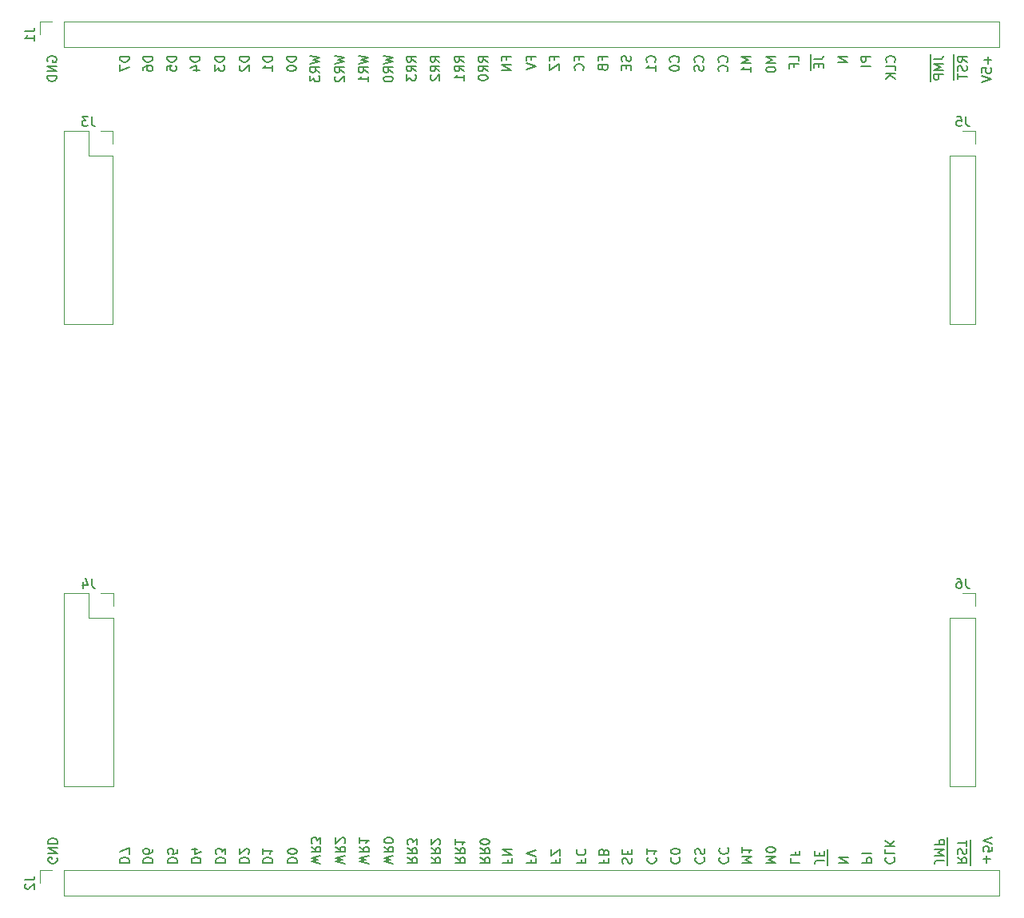
<source format=gbo>
G04 #@! TF.GenerationSoftware,KiCad,Pcbnew,(5.1.9)-1*
G04 #@! TF.CreationDate,2022-07-23T12:09:38-04:00*
G04 #@! TF.ProjectId,alu,616c752e-6b69-4636-9164-5f7063625858,1.0*
G04 #@! TF.SameCoordinates,Original*
G04 #@! TF.FileFunction,Legend,Bot*
G04 #@! TF.FilePolarity,Positive*
%FSLAX46Y46*%
G04 Gerber Fmt 4.6, Leading zero omitted, Abs format (unit mm)*
G04 Created by KiCad (PCBNEW (5.1.9)-1) date 2022-07-23 12:09:38*
%MOMM*%
%LPD*%
G01*
G04 APERTURE LIST*
%ADD10C,0.150000*%
%ADD11C,0.120000*%
%ADD12O,1.700000X1.700000*%
%ADD13R,1.700000X1.700000*%
%ADD14O,1.600000X1.600000*%
%ADD15R,1.600000X1.600000*%
G04 APERTURE END LIST*
D10*
X181315000Y-134102500D02*
X181315000Y-133340595D01*
X180947619Y-133578690D02*
X180233333Y-133578690D01*
X180090476Y-133626309D01*
X179995238Y-133721547D01*
X179947619Y-133864404D01*
X179947619Y-133959642D01*
X181315000Y-133340595D02*
X181315000Y-132197738D01*
X179947619Y-133102500D02*
X180947619Y-133102500D01*
X180233333Y-132769166D01*
X180947619Y-132435833D01*
X179947619Y-132435833D01*
X181315000Y-132197738D02*
X181315000Y-131197738D01*
X179947619Y-131959642D02*
X180947619Y-131959642D01*
X180947619Y-131578690D01*
X180900000Y-131483452D01*
X180852380Y-131435833D01*
X180757142Y-131388214D01*
X180614285Y-131388214D01*
X180519047Y-131435833D01*
X180471428Y-131483452D01*
X180423809Y-131578690D01*
X180423809Y-131959642D01*
X179485000Y-48097500D02*
X179485000Y-48859404D01*
X179852380Y-48621309D02*
X180566666Y-48621309D01*
X180709523Y-48573690D01*
X180804761Y-48478452D01*
X180852380Y-48335595D01*
X180852380Y-48240357D01*
X179485000Y-48859404D02*
X179485000Y-50002261D01*
X180852380Y-49097500D02*
X179852380Y-49097500D01*
X180566666Y-49430833D01*
X179852380Y-49764166D01*
X180852380Y-49764166D01*
X179485000Y-50002261D02*
X179485000Y-51002261D01*
X180852380Y-50240357D02*
X179852380Y-50240357D01*
X179852380Y-50621309D01*
X179900000Y-50716547D01*
X179947619Y-50764166D01*
X180042857Y-50811785D01*
X180185714Y-50811785D01*
X180280952Y-50764166D01*
X180328571Y-50716547D01*
X180376190Y-50621309D01*
X180376190Y-50240357D01*
X147704761Y-48287976D02*
X147752380Y-48430833D01*
X147752380Y-48668928D01*
X147704761Y-48764166D01*
X147657142Y-48811785D01*
X147561904Y-48859404D01*
X147466666Y-48859404D01*
X147371428Y-48811785D01*
X147323809Y-48764166D01*
X147276190Y-48668928D01*
X147228571Y-48478452D01*
X147180952Y-48383214D01*
X147133333Y-48335595D01*
X147038095Y-48287976D01*
X146942857Y-48287976D01*
X146847619Y-48335595D01*
X146800000Y-48383214D01*
X146752380Y-48478452D01*
X146752380Y-48716547D01*
X146800000Y-48859404D01*
X147228571Y-49287976D02*
X147228571Y-49621309D01*
X147752380Y-49764166D02*
X147752380Y-49287976D01*
X146752380Y-49287976D01*
X146752380Y-49764166D01*
X146895238Y-133912023D02*
X146847619Y-133769166D01*
X146847619Y-133531071D01*
X146895238Y-133435833D01*
X146942857Y-133388214D01*
X147038095Y-133340595D01*
X147133333Y-133340595D01*
X147228571Y-133388214D01*
X147276190Y-133435833D01*
X147323809Y-133531071D01*
X147371428Y-133721547D01*
X147419047Y-133816785D01*
X147466666Y-133864404D01*
X147561904Y-133912023D01*
X147657142Y-133912023D01*
X147752380Y-133864404D01*
X147800000Y-133816785D01*
X147847619Y-133721547D01*
X147847619Y-133483452D01*
X147800000Y-133340595D01*
X147371428Y-132912023D02*
X147371428Y-132578690D01*
X146847619Y-132435833D02*
X146847619Y-132912023D01*
X147847619Y-132912023D01*
X147847619Y-132435833D01*
X97052380Y-48335595D02*
X96052380Y-48335595D01*
X96052380Y-48573690D01*
X96100000Y-48716547D01*
X96195238Y-48811785D01*
X96290476Y-48859404D01*
X96480952Y-48907023D01*
X96623809Y-48907023D01*
X96814285Y-48859404D01*
X96909523Y-48811785D01*
X97004761Y-48716547D01*
X97052380Y-48573690D01*
X97052380Y-48335595D01*
X96052380Y-49764166D02*
X96052380Y-49573690D01*
X96100000Y-49478452D01*
X96147619Y-49430833D01*
X96290476Y-49335595D01*
X96480952Y-49287976D01*
X96861904Y-49287976D01*
X96957142Y-49335595D01*
X97004761Y-49383214D01*
X97052380Y-49478452D01*
X97052380Y-49668928D01*
X97004761Y-49764166D01*
X96957142Y-49811785D01*
X96861904Y-49859404D01*
X96623809Y-49859404D01*
X96528571Y-49811785D01*
X96480952Y-49764166D01*
X96433333Y-49668928D01*
X96433333Y-49478452D01*
X96480952Y-49383214D01*
X96528571Y-49335595D01*
X96623809Y-49287976D01*
X116352380Y-48240357D02*
X117352380Y-48478452D01*
X116638095Y-48668928D01*
X117352380Y-48859404D01*
X116352380Y-49097500D01*
X117352380Y-50049880D02*
X116876190Y-49716547D01*
X117352380Y-49478452D02*
X116352380Y-49478452D01*
X116352380Y-49859404D01*
X116400000Y-49954642D01*
X116447619Y-50002261D01*
X116542857Y-50049880D01*
X116685714Y-50049880D01*
X116780952Y-50002261D01*
X116828571Y-49954642D01*
X116876190Y-49859404D01*
X116876190Y-49478452D01*
X116447619Y-50430833D02*
X116400000Y-50478452D01*
X116352380Y-50573690D01*
X116352380Y-50811785D01*
X116400000Y-50907023D01*
X116447619Y-50954642D01*
X116542857Y-51002261D01*
X116638095Y-51002261D01*
X116780952Y-50954642D01*
X117352380Y-50383214D01*
X117352380Y-51002261D01*
X127454761Y-48907023D02*
X126978571Y-48573690D01*
X127454761Y-48335595D02*
X126454761Y-48335595D01*
X126454761Y-48716547D01*
X126502381Y-48811785D01*
X126550000Y-48859404D01*
X126645238Y-48907023D01*
X126788095Y-48907023D01*
X126883333Y-48859404D01*
X126930952Y-48811785D01*
X126978571Y-48716547D01*
X126978571Y-48335595D01*
X127454761Y-49907023D02*
X126978571Y-49573690D01*
X127454761Y-49335595D02*
X126454761Y-49335595D01*
X126454761Y-49716547D01*
X126502381Y-49811785D01*
X126550000Y-49859404D01*
X126645238Y-49907023D01*
X126788095Y-49907023D01*
X126883333Y-49859404D01*
X126930952Y-49811785D01*
X126978571Y-49716547D01*
X126978571Y-49335595D01*
X126550000Y-50287976D02*
X126502381Y-50335595D01*
X126454761Y-50430833D01*
X126454761Y-50668928D01*
X126502381Y-50764166D01*
X126550000Y-50811785D01*
X126645238Y-50859404D01*
X126740476Y-50859404D01*
X126883333Y-50811785D01*
X127454761Y-50240357D01*
X127454761Y-50859404D01*
X94552380Y-48335595D02*
X93552380Y-48335595D01*
X93552380Y-48573690D01*
X93600000Y-48716547D01*
X93695238Y-48811785D01*
X93790476Y-48859404D01*
X93980952Y-48907023D01*
X94123809Y-48907023D01*
X94314285Y-48859404D01*
X94409523Y-48811785D01*
X94504761Y-48716547D01*
X94552380Y-48573690D01*
X94552380Y-48335595D01*
X93552380Y-49240357D02*
X93552380Y-49907023D01*
X94552380Y-49478452D01*
X124954761Y-48907023D02*
X124478571Y-48573690D01*
X124954761Y-48335595D02*
X123954761Y-48335595D01*
X123954761Y-48716547D01*
X124002381Y-48811785D01*
X124050000Y-48859404D01*
X124145238Y-48907023D01*
X124288095Y-48907023D01*
X124383333Y-48859404D01*
X124430952Y-48811785D01*
X124478571Y-48716547D01*
X124478571Y-48335595D01*
X124954761Y-49907023D02*
X124478571Y-49573690D01*
X124954761Y-49335595D02*
X123954761Y-49335595D01*
X123954761Y-49716547D01*
X124002381Y-49811785D01*
X124050000Y-49859404D01*
X124145238Y-49907023D01*
X124288095Y-49907023D01*
X124383333Y-49859404D01*
X124430952Y-49811785D01*
X124478571Y-49716547D01*
X124478571Y-49335595D01*
X123954761Y-50240357D02*
X123954761Y-50859404D01*
X124335714Y-50526071D01*
X124335714Y-50668928D01*
X124383333Y-50764166D01*
X124430952Y-50811785D01*
X124526190Y-50859404D01*
X124764285Y-50859404D01*
X124859523Y-50811785D01*
X124907142Y-50764166D01*
X124954761Y-50668928D01*
X124954761Y-50383214D01*
X124907142Y-50287976D01*
X124859523Y-50240357D01*
X112252380Y-48335595D02*
X111252380Y-48335595D01*
X111252380Y-48573690D01*
X111300000Y-48716547D01*
X111395238Y-48811785D01*
X111490476Y-48859404D01*
X111680952Y-48907023D01*
X111823809Y-48907023D01*
X112014285Y-48859404D01*
X112109523Y-48811785D01*
X112204761Y-48716547D01*
X112252380Y-48573690D01*
X112252380Y-48335595D01*
X111252380Y-49526071D02*
X111252380Y-49621309D01*
X111300000Y-49716547D01*
X111347619Y-49764166D01*
X111442857Y-49811785D01*
X111633333Y-49859404D01*
X111871428Y-49859404D01*
X112061904Y-49811785D01*
X112157142Y-49764166D01*
X112204761Y-49716547D01*
X112252380Y-49621309D01*
X112252380Y-49526071D01*
X112204761Y-49430833D01*
X112157142Y-49383214D01*
X112061904Y-49335595D01*
X111871428Y-49287976D01*
X111633333Y-49287976D01*
X111442857Y-49335595D01*
X111347619Y-49383214D01*
X111300000Y-49430833D01*
X111252380Y-49526071D01*
X137128571Y-48668928D02*
X137128571Y-48335595D01*
X137652380Y-48335595D02*
X136652380Y-48335595D01*
X136652380Y-48811785D01*
X136652380Y-49049880D02*
X137652380Y-49383214D01*
X136652380Y-49716547D01*
X113752380Y-48240357D02*
X114752380Y-48478452D01*
X114038095Y-48668928D01*
X114752380Y-48859404D01*
X113752380Y-49097500D01*
X114752380Y-50049880D02*
X114276190Y-49716547D01*
X114752380Y-49478452D02*
X113752380Y-49478452D01*
X113752380Y-49859404D01*
X113800000Y-49954642D01*
X113847619Y-50002261D01*
X113942857Y-50049880D01*
X114085714Y-50049880D01*
X114180952Y-50002261D01*
X114228571Y-49954642D01*
X114276190Y-49859404D01*
X114276190Y-49478452D01*
X113752380Y-50383214D02*
X113752380Y-51002261D01*
X114133333Y-50668928D01*
X114133333Y-50811785D01*
X114180952Y-50907023D01*
X114228571Y-50954642D01*
X114323809Y-51002261D01*
X114561904Y-51002261D01*
X114657142Y-50954642D01*
X114704761Y-50907023D01*
X114752380Y-50811785D01*
X114752380Y-50526071D01*
X114704761Y-50430833D01*
X114657142Y-50383214D01*
X104652380Y-48335595D02*
X103652380Y-48335595D01*
X103652380Y-48573690D01*
X103700000Y-48716547D01*
X103795238Y-48811785D01*
X103890476Y-48859404D01*
X104080952Y-48907023D01*
X104223809Y-48907023D01*
X104414285Y-48859404D01*
X104509523Y-48811785D01*
X104604761Y-48716547D01*
X104652380Y-48573690D01*
X104652380Y-48335595D01*
X103652380Y-49240357D02*
X103652380Y-49859404D01*
X104033333Y-49526071D01*
X104033333Y-49668928D01*
X104080952Y-49764166D01*
X104128571Y-49811785D01*
X104223809Y-49859404D01*
X104461904Y-49859404D01*
X104557142Y-49811785D01*
X104604761Y-49764166D01*
X104652380Y-49668928D01*
X104652380Y-49383214D01*
X104604761Y-49287976D01*
X104557142Y-49240357D01*
X107252380Y-48335595D02*
X106252380Y-48335595D01*
X106252380Y-48573690D01*
X106300000Y-48716547D01*
X106395238Y-48811785D01*
X106490476Y-48859404D01*
X106680952Y-48907023D01*
X106823809Y-48907023D01*
X107014285Y-48859404D01*
X107109523Y-48811785D01*
X107204761Y-48716547D01*
X107252380Y-48573690D01*
X107252380Y-48335595D01*
X106347619Y-49287976D02*
X106300000Y-49335595D01*
X106252380Y-49430833D01*
X106252380Y-49668928D01*
X106300000Y-49764166D01*
X106347619Y-49811785D01*
X106442857Y-49859404D01*
X106538095Y-49859404D01*
X106680952Y-49811785D01*
X107252380Y-49240357D01*
X107252380Y-49859404D01*
X134528571Y-48668928D02*
X134528571Y-48335595D01*
X135052380Y-48335595D02*
X134052380Y-48335595D01*
X134052380Y-48811785D01*
X135052380Y-49192738D02*
X134052380Y-49192738D01*
X135052380Y-49764166D01*
X134052380Y-49764166D01*
X102052380Y-48335595D02*
X101052380Y-48335595D01*
X101052380Y-48573690D01*
X101100000Y-48716547D01*
X101195238Y-48811785D01*
X101290476Y-48859404D01*
X101480952Y-48907023D01*
X101623809Y-48907023D01*
X101814285Y-48859404D01*
X101909523Y-48811785D01*
X102004761Y-48716547D01*
X102052380Y-48573690D01*
X102052380Y-48335595D01*
X101385714Y-49764166D02*
X102052380Y-49764166D01*
X101004761Y-49526071D02*
X101719047Y-49287976D01*
X101719047Y-49907023D01*
X130054761Y-48907023D02*
X129578571Y-48573690D01*
X130054761Y-48335595D02*
X129054761Y-48335595D01*
X129054761Y-48716547D01*
X129102381Y-48811785D01*
X129150000Y-48859404D01*
X129245238Y-48907023D01*
X129388095Y-48907023D01*
X129483333Y-48859404D01*
X129530952Y-48811785D01*
X129578571Y-48716547D01*
X129578571Y-48335595D01*
X130054761Y-49907023D02*
X129578571Y-49573690D01*
X130054761Y-49335595D02*
X129054761Y-49335595D01*
X129054761Y-49716547D01*
X129102381Y-49811785D01*
X129150000Y-49859404D01*
X129245238Y-49907023D01*
X129388095Y-49907023D01*
X129483333Y-49859404D01*
X129530952Y-49811785D01*
X129578571Y-49716547D01*
X129578571Y-49335595D01*
X130054761Y-50859404D02*
X130054761Y-50287976D01*
X130054761Y-50573690D02*
X129054761Y-50573690D01*
X129197619Y-50478452D01*
X129292857Y-50383214D01*
X129340476Y-50287976D01*
X118852380Y-48240357D02*
X119852380Y-48478452D01*
X119138095Y-48668928D01*
X119852380Y-48859404D01*
X118852380Y-49097500D01*
X119852380Y-50049880D02*
X119376190Y-49716547D01*
X119852380Y-49478452D02*
X118852380Y-49478452D01*
X118852380Y-49859404D01*
X118900000Y-49954642D01*
X118947619Y-50002261D01*
X119042857Y-50049880D01*
X119185714Y-50049880D01*
X119280952Y-50002261D01*
X119328571Y-49954642D01*
X119376190Y-49859404D01*
X119376190Y-49478452D01*
X119852380Y-51002261D02*
X119852380Y-50430833D01*
X119852380Y-50716547D02*
X118852380Y-50716547D01*
X118995238Y-50621309D01*
X119090476Y-50526071D01*
X119138095Y-50430833D01*
X121497618Y-48240357D02*
X122497618Y-48478452D01*
X121783333Y-48668928D01*
X122497618Y-48859404D01*
X121497618Y-49097500D01*
X122497618Y-50049880D02*
X122021428Y-49716547D01*
X122497618Y-49478452D02*
X121497618Y-49478452D01*
X121497618Y-49859404D01*
X121545238Y-49954642D01*
X121592857Y-50002261D01*
X121688095Y-50049880D01*
X121830952Y-50049880D01*
X121926190Y-50002261D01*
X121973809Y-49954642D01*
X122021428Y-49859404D01*
X122021428Y-49478452D01*
X121497618Y-50668928D02*
X121497618Y-50764166D01*
X121545238Y-50859404D01*
X121592857Y-50907023D01*
X121688095Y-50954642D01*
X121878571Y-51002261D01*
X122116666Y-51002261D01*
X122307142Y-50954642D01*
X122402380Y-50907023D01*
X122449999Y-50859404D01*
X122497618Y-50764166D01*
X122497618Y-50668928D01*
X122449999Y-50573690D01*
X122402380Y-50526071D01*
X122307142Y-50478452D01*
X122116666Y-50430833D01*
X121878571Y-50430833D01*
X121688095Y-50478452D01*
X121592857Y-50526071D01*
X121545238Y-50573690D01*
X121497618Y-50668928D01*
X85900000Y-48859404D02*
X85852380Y-48764166D01*
X85852380Y-48621309D01*
X85900000Y-48478452D01*
X85995238Y-48383214D01*
X86090476Y-48335595D01*
X86280952Y-48287976D01*
X86423809Y-48287976D01*
X86614285Y-48335595D01*
X86709523Y-48383214D01*
X86804761Y-48478452D01*
X86852380Y-48621309D01*
X86852380Y-48716547D01*
X86804761Y-48859404D01*
X86757142Y-48907023D01*
X86423809Y-48907023D01*
X86423809Y-48716547D01*
X86852380Y-49335595D02*
X85852380Y-49335595D01*
X86852380Y-49907023D01*
X85852380Y-49907023D01*
X86852380Y-50383214D02*
X85852380Y-50383214D01*
X85852380Y-50621309D01*
X85900000Y-50764166D01*
X85995238Y-50859404D01*
X86090476Y-50907023D01*
X86280952Y-50954642D01*
X86423809Y-50954642D01*
X86614285Y-50907023D01*
X86709523Y-50859404D01*
X86804761Y-50764166D01*
X86852380Y-50621309D01*
X86852380Y-50383214D01*
X109752380Y-48335595D02*
X108752380Y-48335595D01*
X108752380Y-48573690D01*
X108800000Y-48716547D01*
X108895238Y-48811785D01*
X108990476Y-48859404D01*
X109180952Y-48907023D01*
X109323809Y-48907023D01*
X109514285Y-48859404D01*
X109609523Y-48811785D01*
X109704761Y-48716547D01*
X109752380Y-48573690D01*
X109752380Y-48335595D01*
X109752380Y-49859404D02*
X109752380Y-49287976D01*
X109752380Y-49573690D02*
X108752380Y-49573690D01*
X108895238Y-49478452D01*
X108990476Y-49383214D01*
X109038095Y-49287976D01*
X99552380Y-48335595D02*
X98552380Y-48335595D01*
X98552380Y-48573690D01*
X98600000Y-48716547D01*
X98695238Y-48811785D01*
X98790476Y-48859404D01*
X98980952Y-48907023D01*
X99123809Y-48907023D01*
X99314285Y-48859404D01*
X99409523Y-48811785D01*
X99504761Y-48716547D01*
X99552380Y-48573690D01*
X99552380Y-48335595D01*
X98552380Y-49811785D02*
X98552380Y-49335595D01*
X99028571Y-49287976D01*
X98980952Y-49335595D01*
X98933333Y-49430833D01*
X98933333Y-49668928D01*
X98980952Y-49764166D01*
X99028571Y-49811785D01*
X99123809Y-49859404D01*
X99361904Y-49859404D01*
X99457142Y-49811785D01*
X99504761Y-49764166D01*
X99552380Y-49668928D01*
X99552380Y-49430833D01*
X99504761Y-49335595D01*
X99457142Y-49287976D01*
X132554761Y-48907023D02*
X132078571Y-48573690D01*
X132554761Y-48335595D02*
X131554761Y-48335595D01*
X131554761Y-48716547D01*
X131602381Y-48811785D01*
X131650000Y-48859404D01*
X131745238Y-48907023D01*
X131888095Y-48907023D01*
X131983333Y-48859404D01*
X132030952Y-48811785D01*
X132078571Y-48716547D01*
X132078571Y-48335595D01*
X132554761Y-49907023D02*
X132078571Y-49573690D01*
X132554761Y-49335595D02*
X131554761Y-49335595D01*
X131554761Y-49716547D01*
X131602381Y-49811785D01*
X131650000Y-49859404D01*
X131745238Y-49907023D01*
X131888095Y-49907023D01*
X131983333Y-49859404D01*
X132030952Y-49811785D01*
X132078571Y-49716547D01*
X132078571Y-49335595D01*
X131554761Y-50526071D02*
X131554761Y-50621309D01*
X131602381Y-50716547D01*
X131650000Y-50764166D01*
X131745238Y-50811785D01*
X131935714Y-50859404D01*
X132173809Y-50859404D01*
X132364285Y-50811785D01*
X132459523Y-50764166D01*
X132507142Y-50716547D01*
X132554761Y-50621309D01*
X132554761Y-50526071D01*
X132507142Y-50430833D01*
X132459523Y-50383214D01*
X132364285Y-50335595D01*
X132173809Y-50287976D01*
X131935714Y-50287976D01*
X131745238Y-50335595D01*
X131650000Y-50383214D01*
X131602381Y-50430833D01*
X131554761Y-50526071D01*
X170652380Y-48335595D02*
X169652380Y-48335595D01*
X170652380Y-48907023D01*
X169652380Y-48907023D01*
X173152380Y-48335595D02*
X172152380Y-48335595D01*
X172152380Y-48716547D01*
X172200000Y-48811785D01*
X172247619Y-48859404D01*
X172342857Y-48907023D01*
X172485714Y-48907023D01*
X172580952Y-48859404D01*
X172628571Y-48811785D01*
X172676190Y-48716547D01*
X172676190Y-48335595D01*
X173152380Y-49335595D02*
X172152380Y-49335595D01*
X181985000Y-48097500D02*
X181985000Y-49097500D01*
X183352380Y-48907023D02*
X182876190Y-48573690D01*
X183352380Y-48335595D02*
X182352380Y-48335595D01*
X182352380Y-48716547D01*
X182400000Y-48811785D01*
X182447619Y-48859404D01*
X182542857Y-48907023D01*
X182685714Y-48907023D01*
X182780952Y-48859404D01*
X182828571Y-48811785D01*
X182876190Y-48716547D01*
X182876190Y-48335595D01*
X181985000Y-49097500D02*
X181985000Y-50049880D01*
X183304761Y-49287976D02*
X183352380Y-49430833D01*
X183352380Y-49668928D01*
X183304761Y-49764166D01*
X183257142Y-49811785D01*
X183161904Y-49859404D01*
X183066666Y-49859404D01*
X182971428Y-49811785D01*
X182923809Y-49764166D01*
X182876190Y-49668928D01*
X182828571Y-49478452D01*
X182780952Y-49383214D01*
X182733333Y-49335595D01*
X182638095Y-49287976D01*
X182542857Y-49287976D01*
X182447619Y-49335595D01*
X182400000Y-49383214D01*
X182352380Y-49478452D01*
X182352380Y-49716547D01*
X182400000Y-49859404D01*
X181985000Y-50049880D02*
X181985000Y-50811785D01*
X182352380Y-50145119D02*
X182352380Y-50716547D01*
X183352380Y-50430833D02*
X182352380Y-50430833D01*
X165552380Y-48811785D02*
X165552380Y-48335595D01*
X164552380Y-48335595D01*
X165028571Y-49478452D02*
X165028571Y-49145119D01*
X165552380Y-49145119D02*
X164552380Y-49145119D01*
X164552380Y-49621309D01*
X166785000Y-48097500D02*
X166785000Y-48859404D01*
X167152380Y-48621309D02*
X167866666Y-48621309D01*
X168009523Y-48573690D01*
X168104761Y-48478452D01*
X168152380Y-48335595D01*
X168152380Y-48240357D01*
X166785000Y-48859404D02*
X166785000Y-49764166D01*
X167628571Y-49097500D02*
X167628571Y-49430833D01*
X168152380Y-49573690D02*
X168152380Y-49097500D01*
X167152380Y-49097500D01*
X167152380Y-49573690D01*
X185571428Y-48335595D02*
X185571428Y-49097500D01*
X185952380Y-48716547D02*
X185190476Y-48716547D01*
X184952380Y-50049880D02*
X184952380Y-49573690D01*
X185428571Y-49526071D01*
X185380952Y-49573690D01*
X185333333Y-49668928D01*
X185333333Y-49907023D01*
X185380952Y-50002261D01*
X185428571Y-50049880D01*
X185523809Y-50097500D01*
X185761904Y-50097500D01*
X185857142Y-50049880D01*
X185904761Y-50002261D01*
X185952380Y-49907023D01*
X185952380Y-49668928D01*
X185904761Y-49573690D01*
X185857142Y-49526071D01*
X184952380Y-50383214D02*
X185952380Y-50716547D01*
X184952380Y-51049880D01*
X150259523Y-48907023D02*
X150307142Y-48859404D01*
X150354761Y-48716547D01*
X150354761Y-48621309D01*
X150307142Y-48478452D01*
X150211904Y-48383214D01*
X150116666Y-48335595D01*
X149926190Y-48287976D01*
X149783333Y-48287976D01*
X149592857Y-48335595D01*
X149497619Y-48383214D01*
X149402381Y-48478452D01*
X149354761Y-48621309D01*
X149354761Y-48716547D01*
X149402381Y-48859404D01*
X149450000Y-48907023D01*
X150354761Y-49859404D02*
X150354761Y-49287976D01*
X150354761Y-49573690D02*
X149354761Y-49573690D01*
X149497619Y-49478452D01*
X149592857Y-49383214D01*
X149640476Y-49287976D01*
X155357142Y-48907023D02*
X155404761Y-48859404D01*
X155452380Y-48716547D01*
X155452380Y-48621309D01*
X155404761Y-48478452D01*
X155309523Y-48383214D01*
X155214285Y-48335595D01*
X155023809Y-48287976D01*
X154880952Y-48287976D01*
X154690476Y-48335595D01*
X154595238Y-48383214D01*
X154500000Y-48478452D01*
X154452380Y-48621309D01*
X154452380Y-48716547D01*
X154500000Y-48859404D01*
X154547619Y-48907023D01*
X155404761Y-49287976D02*
X155452380Y-49430833D01*
X155452380Y-49668928D01*
X155404761Y-49764166D01*
X155357142Y-49811785D01*
X155261904Y-49859404D01*
X155166666Y-49859404D01*
X155071428Y-49811785D01*
X155023809Y-49764166D01*
X154976190Y-49668928D01*
X154928571Y-49478452D01*
X154880952Y-49383214D01*
X154833333Y-49335595D01*
X154738095Y-49287976D01*
X154642857Y-49287976D01*
X154547619Y-49335595D01*
X154500000Y-49383214D01*
X154452380Y-49478452D01*
X154452380Y-49716547D01*
X154500000Y-49859404D01*
X163052380Y-48335595D02*
X162052380Y-48335595D01*
X162766666Y-48668928D01*
X162052380Y-49002261D01*
X163052380Y-49002261D01*
X162052380Y-49668928D02*
X162052380Y-49764166D01*
X162100000Y-49859404D01*
X162147619Y-49907023D01*
X162242857Y-49954642D01*
X162433333Y-50002261D01*
X162671428Y-50002261D01*
X162861904Y-49954642D01*
X162957142Y-49907023D01*
X163004761Y-49859404D01*
X163052380Y-49764166D01*
X163052380Y-49668928D01*
X163004761Y-49573690D01*
X162957142Y-49526071D01*
X162861904Y-49478452D01*
X162671428Y-49430833D01*
X162433333Y-49430833D01*
X162242857Y-49478452D01*
X162147619Y-49526071D01*
X162100000Y-49573690D01*
X162052380Y-49668928D01*
X152757142Y-48907023D02*
X152804761Y-48859404D01*
X152852380Y-48716547D01*
X152852380Y-48621309D01*
X152804761Y-48478452D01*
X152709523Y-48383214D01*
X152614285Y-48335595D01*
X152423809Y-48287976D01*
X152280952Y-48287976D01*
X152090476Y-48335595D01*
X151995238Y-48383214D01*
X151900000Y-48478452D01*
X151852380Y-48621309D01*
X151852380Y-48716547D01*
X151900000Y-48859404D01*
X151947619Y-48907023D01*
X151852380Y-49526071D02*
X151852380Y-49621309D01*
X151900000Y-49716547D01*
X151947619Y-49764166D01*
X152042857Y-49811785D01*
X152233333Y-49859404D01*
X152471428Y-49859404D01*
X152661904Y-49811785D01*
X152757142Y-49764166D01*
X152804761Y-49716547D01*
X152852380Y-49621309D01*
X152852380Y-49526071D01*
X152804761Y-49430833D01*
X152757142Y-49383214D01*
X152661904Y-49335595D01*
X152471428Y-49287976D01*
X152233333Y-49287976D01*
X152042857Y-49335595D01*
X151947619Y-49383214D01*
X151900000Y-49430833D01*
X151852380Y-49526071D01*
X160452380Y-48335595D02*
X159452380Y-48335595D01*
X160166666Y-48668928D01*
X159452380Y-49002261D01*
X160452380Y-49002261D01*
X160452380Y-50002261D02*
X160452380Y-49430833D01*
X160452380Y-49716547D02*
X159452380Y-49716547D01*
X159595238Y-49621309D01*
X159690476Y-49526071D01*
X159738095Y-49430833D01*
X175657142Y-48907023D02*
X175704761Y-48859404D01*
X175752380Y-48716547D01*
X175752380Y-48621309D01*
X175704761Y-48478452D01*
X175609523Y-48383214D01*
X175514285Y-48335595D01*
X175323809Y-48287976D01*
X175180952Y-48287976D01*
X174990476Y-48335595D01*
X174895238Y-48383214D01*
X174800000Y-48478452D01*
X174752380Y-48621309D01*
X174752380Y-48716547D01*
X174800000Y-48859404D01*
X174847619Y-48907023D01*
X175752380Y-49811785D02*
X175752380Y-49335595D01*
X174752380Y-49335595D01*
X175752380Y-50145119D02*
X174752380Y-50145119D01*
X175752380Y-50716547D02*
X175180952Y-50287976D01*
X174752380Y-50716547D02*
X175323809Y-50145119D01*
X139628571Y-48668928D02*
X139628571Y-48335595D01*
X140152380Y-48335595D02*
X139152380Y-48335595D01*
X139152380Y-48811785D01*
X139152380Y-49097500D02*
X139152380Y-49764166D01*
X140152380Y-49097500D01*
X140152380Y-49764166D01*
X144728571Y-48668928D02*
X144728571Y-48335595D01*
X145252380Y-48335595D02*
X144252380Y-48335595D01*
X144252380Y-48811785D01*
X144728571Y-49526071D02*
X144776190Y-49668928D01*
X144823809Y-49716547D01*
X144919047Y-49764166D01*
X145061904Y-49764166D01*
X145157142Y-49716547D01*
X145204761Y-49668928D01*
X145252380Y-49573690D01*
X145252380Y-49192738D01*
X144252380Y-49192738D01*
X144252380Y-49526071D01*
X144300000Y-49621309D01*
X144347619Y-49668928D01*
X144442857Y-49716547D01*
X144538095Y-49716547D01*
X144633333Y-49668928D01*
X144680952Y-49621309D01*
X144728571Y-49526071D01*
X144728571Y-49192738D01*
X142228571Y-48668928D02*
X142228571Y-48335595D01*
X142752380Y-48335595D02*
X141752380Y-48335595D01*
X141752380Y-48811785D01*
X142657142Y-49764166D02*
X142704761Y-49716547D01*
X142752380Y-49573690D01*
X142752380Y-49478452D01*
X142704761Y-49335595D01*
X142609523Y-49240357D01*
X142514285Y-49192738D01*
X142323809Y-49145119D01*
X142180952Y-49145119D01*
X141990476Y-49192738D01*
X141895238Y-49240357D01*
X141800000Y-49335595D01*
X141752380Y-49478452D01*
X141752380Y-49573690D01*
X141800000Y-49716547D01*
X141847619Y-49764166D01*
X157907142Y-48907023D02*
X157954761Y-48859404D01*
X158002380Y-48716547D01*
X158002380Y-48621309D01*
X157954761Y-48478452D01*
X157859523Y-48383214D01*
X157764285Y-48335595D01*
X157573809Y-48287976D01*
X157430952Y-48287976D01*
X157240476Y-48335595D01*
X157145238Y-48383214D01*
X157050000Y-48478452D01*
X157002380Y-48621309D01*
X157002380Y-48716547D01*
X157050000Y-48859404D01*
X157097619Y-48907023D01*
X157907142Y-49907023D02*
X157954761Y-49859404D01*
X158002380Y-49716547D01*
X158002380Y-49621309D01*
X157954761Y-49478452D01*
X157859523Y-49383214D01*
X157764285Y-49335595D01*
X157573809Y-49287976D01*
X157430952Y-49287976D01*
X157240476Y-49335595D01*
X157145238Y-49383214D01*
X157050000Y-49478452D01*
X157002380Y-49621309D01*
X157002380Y-49716547D01*
X157050000Y-49859404D01*
X157097619Y-49907023D01*
X162054762Y-133864404D02*
X163054762Y-133864404D01*
X162340476Y-133531071D01*
X163054762Y-133197738D01*
X162054762Y-133197738D01*
X163054762Y-132531071D02*
X163054762Y-132435833D01*
X163007143Y-132340595D01*
X162959523Y-132292976D01*
X162864285Y-132245357D01*
X162673809Y-132197738D01*
X162435714Y-132197738D01*
X162245238Y-132245357D01*
X162150000Y-132292976D01*
X162102381Y-132340595D01*
X162054762Y-132435833D01*
X162054762Y-132531071D01*
X162102381Y-132626309D01*
X162150000Y-132673928D01*
X162245238Y-132721547D01*
X162435714Y-132769166D01*
X162673809Y-132769166D01*
X162864285Y-132721547D01*
X162959523Y-132673928D01*
X163007143Y-132626309D01*
X163054762Y-132531071D01*
X129150000Y-133292976D02*
X129626190Y-133626309D01*
X129150000Y-133864404D02*
X130150000Y-133864404D01*
X130150000Y-133483452D01*
X130102381Y-133388214D01*
X130054761Y-133340595D01*
X129959523Y-133292976D01*
X129816666Y-133292976D01*
X129721428Y-133340595D01*
X129673809Y-133388214D01*
X129626190Y-133483452D01*
X129626190Y-133864404D01*
X129150000Y-132292976D02*
X129626190Y-132626309D01*
X129150000Y-132864404D02*
X130150000Y-132864404D01*
X130150000Y-132483452D01*
X130102381Y-132388214D01*
X130054761Y-132340595D01*
X129959523Y-132292976D01*
X129816666Y-132292976D01*
X129721428Y-132340595D01*
X129673809Y-132388214D01*
X129626190Y-132483452D01*
X129626190Y-132864404D01*
X129150000Y-131340595D02*
X129150000Y-131912023D01*
X129150000Y-131626309D02*
X130150000Y-131626309D01*
X130007142Y-131721547D01*
X129911904Y-131816785D01*
X129864285Y-131912023D01*
X154645238Y-133292976D02*
X154597619Y-133340595D01*
X154550000Y-133483452D01*
X154550000Y-133578690D01*
X154597619Y-133721547D01*
X154692857Y-133816785D01*
X154788095Y-133864404D01*
X154978571Y-133912023D01*
X155121428Y-133912023D01*
X155311904Y-133864404D01*
X155407142Y-133816785D01*
X155502381Y-133721547D01*
X155550000Y-133578690D01*
X155550000Y-133483452D01*
X155502381Y-133340595D01*
X155454761Y-133292976D01*
X154597619Y-132912023D02*
X154550000Y-132769166D01*
X154550000Y-132531071D01*
X154597619Y-132435833D01*
X154645238Y-132388214D01*
X154740476Y-132340595D01*
X154835714Y-132340595D01*
X154930952Y-132388214D01*
X154978571Y-132435833D01*
X155026190Y-132531071D01*
X155073809Y-132721547D01*
X155121428Y-132816785D01*
X155169047Y-132864404D01*
X155264285Y-132912023D01*
X155359523Y-132912023D01*
X155454761Y-132864404D01*
X155502381Y-132816785D01*
X155550000Y-132721547D01*
X155550000Y-132483452D01*
X155502381Y-132340595D01*
X86900000Y-133340595D02*
X86947619Y-133435833D01*
X86947619Y-133578690D01*
X86900000Y-133721547D01*
X86804761Y-133816785D01*
X86709523Y-133864404D01*
X86519047Y-133912023D01*
X86376190Y-133912023D01*
X86185714Y-133864404D01*
X86090476Y-133816785D01*
X85995238Y-133721547D01*
X85947619Y-133578690D01*
X85947619Y-133483452D01*
X85995238Y-133340595D01*
X86042857Y-133292976D01*
X86376190Y-133292976D01*
X86376190Y-133483452D01*
X85947619Y-132864404D02*
X86947619Y-132864404D01*
X85947619Y-132292976D01*
X86947619Y-132292976D01*
X85947619Y-131816785D02*
X86947619Y-131816785D01*
X86947619Y-131578690D01*
X86900000Y-131435833D01*
X86804761Y-131340595D01*
X86709523Y-131292976D01*
X86519047Y-131245357D01*
X86376190Y-131245357D01*
X86185714Y-131292976D01*
X86090476Y-131340595D01*
X85995238Y-131435833D01*
X85947619Y-131578690D01*
X85947619Y-131816785D01*
X142478571Y-133531071D02*
X142478571Y-133864404D01*
X141954762Y-133864404D02*
X142954762Y-133864404D01*
X142954762Y-133388214D01*
X142050000Y-132435833D02*
X142002381Y-132483452D01*
X141954762Y-132626309D01*
X141954762Y-132721547D01*
X142002381Y-132864404D01*
X142097619Y-132959642D01*
X142192857Y-133007261D01*
X142383333Y-133054880D01*
X142526190Y-133054880D01*
X142716666Y-133007261D01*
X142811904Y-132959642D01*
X142907143Y-132864404D01*
X142954762Y-132721547D01*
X142954762Y-132626309D01*
X142907143Y-132483452D01*
X142859523Y-132435833D01*
X185428571Y-133864404D02*
X185428571Y-133102500D01*
X185047619Y-133483452D02*
X185809523Y-133483452D01*
X186047619Y-132150119D02*
X186047619Y-132626309D01*
X185571428Y-132673928D01*
X185619047Y-132626309D01*
X185666666Y-132531071D01*
X185666666Y-132292976D01*
X185619047Y-132197738D01*
X185571428Y-132150119D01*
X185476190Y-132102500D01*
X185238095Y-132102500D01*
X185142857Y-132150119D01*
X185095238Y-132197738D01*
X185047619Y-132292976D01*
X185047619Y-132531071D01*
X185095238Y-132626309D01*
X185142857Y-132673928D01*
X186047619Y-131816785D02*
X185047619Y-131483452D01*
X186047619Y-131150119D01*
X137171428Y-133531071D02*
X137171428Y-133864404D01*
X136647619Y-133864404D02*
X137647619Y-133864404D01*
X137647619Y-133388214D01*
X137647619Y-133150119D02*
X136647619Y-132816785D01*
X137647619Y-132483452D01*
X114847619Y-133959642D02*
X113847619Y-133721547D01*
X114561904Y-133531071D01*
X113847619Y-133340595D01*
X114847619Y-133102500D01*
X113847619Y-132150119D02*
X114323809Y-132483452D01*
X113847619Y-132721547D02*
X114847619Y-132721547D01*
X114847619Y-132340595D01*
X114800000Y-132245357D01*
X114752380Y-132197738D01*
X114657142Y-132150119D01*
X114514285Y-132150119D01*
X114419047Y-132197738D01*
X114371428Y-132245357D01*
X114323809Y-132340595D01*
X114323809Y-132721547D01*
X114847619Y-131816785D02*
X114847619Y-131197738D01*
X114466666Y-131531071D01*
X114466666Y-131388214D01*
X114419047Y-131292976D01*
X114371428Y-131245357D01*
X114276190Y-131197738D01*
X114038095Y-131197738D01*
X113942857Y-131245357D01*
X113895238Y-131292976D01*
X113847619Y-131388214D01*
X113847619Y-131673928D01*
X113895238Y-131769166D01*
X113942857Y-131816785D01*
X93547619Y-133864404D02*
X94547619Y-133864404D01*
X94547619Y-133626309D01*
X94500000Y-133483452D01*
X94404761Y-133388214D01*
X94309523Y-133340595D01*
X94119047Y-133292976D01*
X93976190Y-133292976D01*
X93785714Y-133340595D01*
X93690476Y-133388214D01*
X93595238Y-133483452D01*
X93547619Y-133626309D01*
X93547619Y-133864404D01*
X94547619Y-132959642D02*
X94547619Y-132292976D01*
X93547619Y-132721547D01*
X134671428Y-133531071D02*
X134671428Y-133864404D01*
X134147619Y-133864404D02*
X135147619Y-133864404D01*
X135147619Y-133388214D01*
X134147619Y-133007261D02*
X135147619Y-133007261D01*
X134147619Y-132435833D01*
X135147619Y-132435833D01*
X106247619Y-133864404D02*
X107247619Y-133864404D01*
X107247619Y-133626309D01*
X107200000Y-133483452D01*
X107104761Y-133388214D01*
X107009523Y-133340595D01*
X106819047Y-133292976D01*
X106676190Y-133292976D01*
X106485714Y-133340595D01*
X106390476Y-133388214D01*
X106295238Y-133483452D01*
X106247619Y-133626309D01*
X106247619Y-133864404D01*
X107152380Y-132912023D02*
X107200000Y-132864404D01*
X107247619Y-132769166D01*
X107247619Y-132531071D01*
X107200000Y-132435833D01*
X107152380Y-132388214D01*
X107057142Y-132340595D01*
X106961904Y-132340595D01*
X106819047Y-132388214D01*
X106247619Y-132959642D01*
X106247619Y-132340595D01*
X172247619Y-133864404D02*
X173247619Y-133864404D01*
X173247619Y-133483452D01*
X173200000Y-133388214D01*
X173152380Y-133340595D01*
X173057142Y-133292976D01*
X172914285Y-133292976D01*
X172819047Y-133340595D01*
X172771428Y-133388214D01*
X172723809Y-133483452D01*
X172723809Y-133864404D01*
X172247619Y-132864404D02*
X173247619Y-132864404D01*
X98647619Y-133864404D02*
X99647619Y-133864404D01*
X99647619Y-133626309D01*
X99600000Y-133483452D01*
X99504761Y-133388214D01*
X99409523Y-133340595D01*
X99219047Y-133292976D01*
X99076190Y-133292976D01*
X98885714Y-133340595D01*
X98790476Y-133388214D01*
X98695238Y-133483452D01*
X98647619Y-133626309D01*
X98647619Y-133864404D01*
X99647619Y-132388214D02*
X99647619Y-132864404D01*
X99171428Y-132912023D01*
X99219047Y-132864404D01*
X99266666Y-132769166D01*
X99266666Y-132531071D01*
X99219047Y-132435833D01*
X99171428Y-132388214D01*
X99076190Y-132340595D01*
X98838095Y-132340595D01*
X98742857Y-132388214D01*
X98695238Y-132435833D01*
X98647619Y-132531071D01*
X98647619Y-132769166D01*
X98695238Y-132864404D01*
X98742857Y-132912023D01*
X139771428Y-133531071D02*
X139771428Y-133864404D01*
X139247619Y-133864404D02*
X140247619Y-133864404D01*
X140247619Y-133388214D01*
X140247619Y-133102500D02*
X140247619Y-132435833D01*
X139247619Y-133102500D01*
X139247619Y-132435833D01*
X152045238Y-133292976D02*
X151997619Y-133340595D01*
X151950000Y-133483452D01*
X151950000Y-133578690D01*
X151997619Y-133721547D01*
X152092857Y-133816785D01*
X152188095Y-133864404D01*
X152378571Y-133912023D01*
X152521428Y-133912023D01*
X152711904Y-133864404D01*
X152807142Y-133816785D01*
X152902381Y-133721547D01*
X152950000Y-133578690D01*
X152950000Y-133483452D01*
X152902381Y-133340595D01*
X152854761Y-133292976D01*
X152950000Y-132673928D02*
X152950000Y-132578690D01*
X152902381Y-132483452D01*
X152854761Y-132435833D01*
X152759523Y-132388214D01*
X152569047Y-132340595D01*
X152330952Y-132340595D01*
X152140476Y-132388214D01*
X152045238Y-132435833D01*
X151997619Y-132483452D01*
X151950000Y-132578690D01*
X151950000Y-132673928D01*
X151997619Y-132769166D01*
X152045238Y-132816785D01*
X152140476Y-132864404D01*
X152330952Y-132912023D01*
X152569047Y-132912023D01*
X152759523Y-132864404D01*
X152854761Y-132816785D01*
X152902381Y-132769166D01*
X152950000Y-132673928D01*
X183715000Y-134102500D02*
X183715000Y-133102500D01*
X182347619Y-133292976D02*
X182823809Y-133626309D01*
X182347619Y-133864404D02*
X183347619Y-133864404D01*
X183347619Y-133483452D01*
X183300000Y-133388214D01*
X183252380Y-133340595D01*
X183157142Y-133292976D01*
X183014285Y-133292976D01*
X182919047Y-133340595D01*
X182871428Y-133388214D01*
X182823809Y-133483452D01*
X182823809Y-133864404D01*
X183715000Y-133102500D02*
X183715000Y-132150119D01*
X182395238Y-132912023D02*
X182347619Y-132769166D01*
X182347619Y-132531071D01*
X182395238Y-132435833D01*
X182442857Y-132388214D01*
X182538095Y-132340595D01*
X182633333Y-132340595D01*
X182728571Y-132388214D01*
X182776190Y-132435833D01*
X182823809Y-132531071D01*
X182871428Y-132721547D01*
X182919047Y-132816785D01*
X182966666Y-132864404D01*
X183061904Y-132912023D01*
X183157142Y-132912023D01*
X183252380Y-132864404D01*
X183300000Y-132816785D01*
X183347619Y-132721547D01*
X183347619Y-132483452D01*
X183300000Y-132340595D01*
X183715000Y-132150119D02*
X183715000Y-131388214D01*
X183347619Y-132054880D02*
X183347619Y-131483452D01*
X182347619Y-131769166D02*
X183347619Y-131769166D01*
X122547619Y-133959642D02*
X121547619Y-133721547D01*
X122261904Y-133531071D01*
X121547619Y-133340595D01*
X122547619Y-133102500D01*
X121547619Y-132150119D02*
X122023809Y-132483452D01*
X121547619Y-132721547D02*
X122547619Y-132721547D01*
X122547619Y-132340595D01*
X122500000Y-132245357D01*
X122452380Y-132197738D01*
X122357142Y-132150119D01*
X122214285Y-132150119D01*
X122119047Y-132197738D01*
X122071428Y-132245357D01*
X122023809Y-132340595D01*
X122023809Y-132721547D01*
X122547619Y-131531071D02*
X122547619Y-131435833D01*
X122500000Y-131340595D01*
X122452380Y-131292976D01*
X122357142Y-131245357D01*
X122166666Y-131197738D01*
X121928571Y-131197738D01*
X121738095Y-131245357D01*
X121642857Y-131292976D01*
X121595238Y-131340595D01*
X121547619Y-131435833D01*
X121547619Y-131531071D01*
X121595238Y-131626309D01*
X121642857Y-131673928D01*
X121738095Y-131721547D01*
X121928571Y-131769166D01*
X122166666Y-131769166D01*
X122357142Y-131721547D01*
X122452380Y-131673928D01*
X122500000Y-131626309D01*
X122547619Y-131531071D01*
X126550000Y-133292976D02*
X127026190Y-133626309D01*
X126550000Y-133864404D02*
X127550000Y-133864404D01*
X127550000Y-133483452D01*
X127502381Y-133388214D01*
X127454761Y-133340595D01*
X127359523Y-133292976D01*
X127216666Y-133292976D01*
X127121428Y-133340595D01*
X127073809Y-133388214D01*
X127026190Y-133483452D01*
X127026190Y-133864404D01*
X126550000Y-132292976D02*
X127026190Y-132626309D01*
X126550000Y-132864404D02*
X127550000Y-132864404D01*
X127550000Y-132483452D01*
X127502381Y-132388214D01*
X127454761Y-132340595D01*
X127359523Y-132292976D01*
X127216666Y-132292976D01*
X127121428Y-132340595D01*
X127073809Y-132388214D01*
X127026190Y-132483452D01*
X127026190Y-132864404D01*
X127454761Y-131912023D02*
X127502381Y-131864404D01*
X127550000Y-131769166D01*
X127550000Y-131531071D01*
X127502381Y-131435833D01*
X127454761Y-131388214D01*
X127359523Y-131340595D01*
X127264285Y-131340595D01*
X127121428Y-131388214D01*
X126550000Y-131959642D01*
X126550000Y-131340595D01*
X124047619Y-133292976D02*
X124523809Y-133626309D01*
X124047619Y-133864404D02*
X125047619Y-133864404D01*
X125047619Y-133483452D01*
X125000000Y-133388214D01*
X124952380Y-133340595D01*
X124857142Y-133292976D01*
X124714285Y-133292976D01*
X124619047Y-133340595D01*
X124571428Y-133388214D01*
X124523809Y-133483452D01*
X124523809Y-133864404D01*
X124047619Y-132292976D02*
X124523809Y-132626309D01*
X124047619Y-132864404D02*
X125047619Y-132864404D01*
X125047619Y-132483452D01*
X125000000Y-132388214D01*
X124952380Y-132340595D01*
X124857142Y-132292976D01*
X124714285Y-132292976D01*
X124619047Y-132340595D01*
X124571428Y-132388214D01*
X124523809Y-132483452D01*
X124523809Y-132864404D01*
X125047619Y-131959642D02*
X125047619Y-131340595D01*
X124666666Y-131673928D01*
X124666666Y-131531071D01*
X124619047Y-131435833D01*
X124571428Y-131388214D01*
X124476190Y-131340595D01*
X124238095Y-131340595D01*
X124142857Y-131388214D01*
X124095238Y-131435833D01*
X124047619Y-131531071D01*
X124047619Y-131816785D01*
X124095238Y-131912023D01*
X124142857Y-131959642D01*
X131750000Y-133292976D02*
X132226190Y-133626309D01*
X131750000Y-133864404D02*
X132750000Y-133864404D01*
X132750000Y-133483452D01*
X132702381Y-133388214D01*
X132654761Y-133340595D01*
X132559523Y-133292976D01*
X132416666Y-133292976D01*
X132321428Y-133340595D01*
X132273809Y-133388214D01*
X132226190Y-133483452D01*
X132226190Y-133864404D01*
X131750000Y-132292976D02*
X132226190Y-132626309D01*
X131750000Y-132864404D02*
X132750000Y-132864404D01*
X132750000Y-132483452D01*
X132702381Y-132388214D01*
X132654761Y-132340595D01*
X132559523Y-132292976D01*
X132416666Y-132292976D01*
X132321428Y-132340595D01*
X132273809Y-132388214D01*
X132226190Y-132483452D01*
X132226190Y-132864404D01*
X132750000Y-131673928D02*
X132750000Y-131578690D01*
X132702381Y-131483452D01*
X132654761Y-131435833D01*
X132559523Y-131388214D01*
X132369047Y-131340595D01*
X132130952Y-131340595D01*
X131940476Y-131388214D01*
X131845238Y-131435833D01*
X131797619Y-131483452D01*
X131750000Y-131578690D01*
X131750000Y-131673928D01*
X131797619Y-131769166D01*
X131845238Y-131816785D01*
X131940476Y-131864404D01*
X132130952Y-131912023D01*
X132369047Y-131912023D01*
X132559523Y-131864404D01*
X132654761Y-131816785D01*
X132702381Y-131769166D01*
X132750000Y-131673928D01*
X159547619Y-133864404D02*
X160547619Y-133864404D01*
X159833333Y-133531071D01*
X160547619Y-133197738D01*
X159547619Y-133197738D01*
X159547619Y-132197738D02*
X159547619Y-132769166D01*
X159547619Y-132483452D02*
X160547619Y-132483452D01*
X160404761Y-132578690D01*
X160309523Y-132673928D01*
X160261904Y-132769166D01*
X174802381Y-133292976D02*
X174754762Y-133340595D01*
X174707143Y-133483452D01*
X174707143Y-133578690D01*
X174754762Y-133721547D01*
X174850000Y-133816785D01*
X174945238Y-133864404D01*
X175135714Y-133912023D01*
X175278571Y-133912023D01*
X175469047Y-133864404D01*
X175564285Y-133816785D01*
X175659524Y-133721547D01*
X175707143Y-133578690D01*
X175707143Y-133483452D01*
X175659524Y-133340595D01*
X175611904Y-133292976D01*
X174707143Y-132388214D02*
X174707143Y-132864404D01*
X175707143Y-132864404D01*
X174707143Y-132054880D02*
X175707143Y-132054880D01*
X174707143Y-131483452D02*
X175278571Y-131912023D01*
X175707143Y-131483452D02*
X175135714Y-132054880D01*
X108747619Y-133864404D02*
X109747619Y-133864404D01*
X109747619Y-133626309D01*
X109700000Y-133483452D01*
X109604761Y-133388214D01*
X109509523Y-133340595D01*
X109319047Y-133292976D01*
X109176190Y-133292976D01*
X108985714Y-133340595D01*
X108890476Y-133388214D01*
X108795238Y-133483452D01*
X108747619Y-133626309D01*
X108747619Y-133864404D01*
X108747619Y-132340595D02*
X108747619Y-132912023D01*
X108747619Y-132626309D02*
X109747619Y-132626309D01*
X109604761Y-132721547D01*
X109509523Y-132816785D01*
X109461904Y-132912023D01*
X149545238Y-133292976D02*
X149497619Y-133340595D01*
X149450000Y-133483452D01*
X149450000Y-133578690D01*
X149497619Y-133721547D01*
X149592857Y-133816785D01*
X149688095Y-133864404D01*
X149878571Y-133912023D01*
X150021428Y-133912023D01*
X150211904Y-133864404D01*
X150307142Y-133816785D01*
X150402381Y-133721547D01*
X150450000Y-133578690D01*
X150450000Y-133483452D01*
X150402381Y-133340595D01*
X150354761Y-133292976D01*
X149450000Y-132340595D02*
X149450000Y-132912023D01*
X149450000Y-132626309D02*
X150450000Y-132626309D01*
X150307142Y-132721547D01*
X150211904Y-132816785D01*
X150164285Y-132912023D01*
X144878571Y-133531071D02*
X144878571Y-133864404D01*
X144354762Y-133864404D02*
X145354762Y-133864404D01*
X145354762Y-133388214D01*
X144878571Y-132673928D02*
X144830952Y-132531071D01*
X144783333Y-132483452D01*
X144688095Y-132435833D01*
X144545238Y-132435833D01*
X144450000Y-132483452D01*
X144402381Y-132531071D01*
X144354762Y-132626309D01*
X144354762Y-133007261D01*
X145354762Y-133007261D01*
X145354762Y-132673928D01*
X145307143Y-132578690D01*
X145259523Y-132531071D01*
X145164285Y-132483452D01*
X145069047Y-132483452D01*
X144973809Y-132531071D01*
X144926190Y-132578690D01*
X144878571Y-132673928D01*
X144878571Y-133007261D01*
X119947619Y-133959642D02*
X118947619Y-133721547D01*
X119661904Y-133531071D01*
X118947619Y-133340595D01*
X119947619Y-133102500D01*
X118947619Y-132150119D02*
X119423809Y-132483452D01*
X118947619Y-132721547D02*
X119947619Y-132721547D01*
X119947619Y-132340595D01*
X119900000Y-132245357D01*
X119852380Y-132197738D01*
X119757142Y-132150119D01*
X119614285Y-132150119D01*
X119519047Y-132197738D01*
X119471428Y-132245357D01*
X119423809Y-132340595D01*
X119423809Y-132721547D01*
X118947619Y-131197738D02*
X118947619Y-131769166D01*
X118947619Y-131483452D02*
X119947619Y-131483452D01*
X119804761Y-131578690D01*
X119709523Y-131673928D01*
X119661904Y-131769166D01*
X164647619Y-133388214D02*
X164647619Y-133864404D01*
X165647619Y-133864404D01*
X165171428Y-132721547D02*
X165171428Y-133054880D01*
X164647619Y-133054880D02*
X165647619Y-133054880D01*
X165647619Y-132578690D01*
X96047619Y-133864404D02*
X97047619Y-133864404D01*
X97047619Y-133626309D01*
X97000000Y-133483452D01*
X96904761Y-133388214D01*
X96809523Y-133340595D01*
X96619047Y-133292976D01*
X96476190Y-133292976D01*
X96285714Y-133340595D01*
X96190476Y-133388214D01*
X96095238Y-133483452D01*
X96047619Y-133626309D01*
X96047619Y-133864404D01*
X97047619Y-132435833D02*
X97047619Y-132626309D01*
X97000000Y-132721547D01*
X96952380Y-132769166D01*
X96809523Y-132864404D01*
X96619047Y-132912023D01*
X96238095Y-132912023D01*
X96142857Y-132864404D01*
X96095238Y-132816785D01*
X96047619Y-132721547D01*
X96047619Y-132531071D01*
X96095238Y-132435833D01*
X96142857Y-132388214D01*
X96238095Y-132340595D01*
X96476190Y-132340595D01*
X96571428Y-132388214D01*
X96619047Y-132435833D01*
X96666666Y-132531071D01*
X96666666Y-132721547D01*
X96619047Y-132816785D01*
X96571428Y-132864404D01*
X96476190Y-132912023D01*
X117447619Y-133959642D02*
X116447619Y-133721547D01*
X117161904Y-133531071D01*
X116447619Y-133340595D01*
X117447619Y-133102500D01*
X116447619Y-132150119D02*
X116923809Y-132483452D01*
X116447619Y-132721547D02*
X117447619Y-132721547D01*
X117447619Y-132340595D01*
X117400000Y-132245357D01*
X117352380Y-132197738D01*
X117257142Y-132150119D01*
X117114285Y-132150119D01*
X117019047Y-132197738D01*
X116971428Y-132245357D01*
X116923809Y-132340595D01*
X116923809Y-132721547D01*
X117352380Y-131769166D02*
X117400000Y-131721547D01*
X117447619Y-131626309D01*
X117447619Y-131388214D01*
X117400000Y-131292976D01*
X117352380Y-131245357D01*
X117257142Y-131197738D01*
X117161904Y-131197738D01*
X117019047Y-131245357D01*
X116447619Y-131816785D01*
X116447619Y-131197738D01*
X111347619Y-133864404D02*
X112347619Y-133864404D01*
X112347619Y-133626309D01*
X112300000Y-133483452D01*
X112204761Y-133388214D01*
X112109523Y-133340595D01*
X111919047Y-133292976D01*
X111776190Y-133292976D01*
X111585714Y-133340595D01*
X111490476Y-133388214D01*
X111395238Y-133483452D01*
X111347619Y-133626309D01*
X111347619Y-133864404D01*
X112347619Y-132673928D02*
X112347619Y-132578690D01*
X112300000Y-132483452D01*
X112252380Y-132435833D01*
X112157142Y-132388214D01*
X111966666Y-132340595D01*
X111728571Y-132340595D01*
X111538095Y-132388214D01*
X111442857Y-132435833D01*
X111395238Y-132483452D01*
X111347619Y-132578690D01*
X111347619Y-132673928D01*
X111395238Y-132769166D01*
X111442857Y-132816785D01*
X111538095Y-132864404D01*
X111728571Y-132912023D01*
X111966666Y-132912023D01*
X112157142Y-132864404D01*
X112252380Y-132816785D01*
X112300000Y-132769166D01*
X112347619Y-132673928D01*
X101147619Y-133864404D02*
X102147619Y-133864404D01*
X102147619Y-133626309D01*
X102100000Y-133483452D01*
X102004761Y-133388214D01*
X101909523Y-133340595D01*
X101719047Y-133292976D01*
X101576190Y-133292976D01*
X101385714Y-133340595D01*
X101290476Y-133388214D01*
X101195238Y-133483452D01*
X101147619Y-133626309D01*
X101147619Y-133864404D01*
X101814285Y-132435833D02*
X101147619Y-132435833D01*
X102195238Y-132673928D02*
X101480952Y-132912023D01*
X101480952Y-132292976D01*
X169747619Y-133864404D02*
X170747619Y-133864404D01*
X169747619Y-133292976D01*
X170747619Y-133292976D01*
X103747619Y-133864404D02*
X104747619Y-133864404D01*
X104747619Y-133626309D01*
X104700000Y-133483452D01*
X104604761Y-133388214D01*
X104509523Y-133340595D01*
X104319047Y-133292976D01*
X104176190Y-133292976D01*
X103985714Y-133340595D01*
X103890476Y-133388214D01*
X103795238Y-133483452D01*
X103747619Y-133626309D01*
X103747619Y-133864404D01*
X104747619Y-132959642D02*
X104747619Y-132340595D01*
X104366666Y-132673928D01*
X104366666Y-132531071D01*
X104319047Y-132435833D01*
X104271428Y-132388214D01*
X104176190Y-132340595D01*
X103938095Y-132340595D01*
X103842857Y-132388214D01*
X103795238Y-132435833D01*
X103747619Y-132531071D01*
X103747619Y-132816785D01*
X103795238Y-132912023D01*
X103842857Y-132959642D01*
X157192857Y-133292976D02*
X157145238Y-133340595D01*
X157097619Y-133483452D01*
X157097619Y-133578690D01*
X157145238Y-133721547D01*
X157240476Y-133816785D01*
X157335714Y-133864404D01*
X157526190Y-133912023D01*
X157669047Y-133912023D01*
X157859523Y-133864404D01*
X157954761Y-133816785D01*
X158050000Y-133721547D01*
X158097619Y-133578690D01*
X158097619Y-133483452D01*
X158050000Y-133340595D01*
X158002380Y-133292976D01*
X157192857Y-132292976D02*
X157145238Y-132340595D01*
X157097619Y-132483452D01*
X157097619Y-132578690D01*
X157145238Y-132721547D01*
X157240476Y-132816785D01*
X157335714Y-132864404D01*
X157526190Y-132912023D01*
X157669047Y-132912023D01*
X157859523Y-132864404D01*
X157954761Y-132816785D01*
X158050000Y-132721547D01*
X158097619Y-132578690D01*
X158097619Y-132483452D01*
X158050000Y-132340595D01*
X158002380Y-132292976D01*
X168615000Y-134102500D02*
X168615000Y-133340595D01*
X168247619Y-133578690D02*
X167533333Y-133578690D01*
X167390476Y-133626309D01*
X167295238Y-133721547D01*
X167247619Y-133864404D01*
X167247619Y-133959642D01*
X168615000Y-133340595D02*
X168615000Y-132435833D01*
X167771428Y-133102500D02*
X167771428Y-132769166D01*
X167247619Y-132626309D02*
X167247619Y-133102500D01*
X168247619Y-133102500D01*
X168247619Y-132626309D01*
D11*
X92830000Y-56270000D02*
X91500000Y-56270000D01*
X92830000Y-57600000D02*
X92830000Y-56270000D01*
X90230000Y-56270000D02*
X87630000Y-56270000D01*
X90230000Y-58870000D02*
X90230000Y-56270000D01*
X92830000Y-58870000D02*
X90230000Y-58870000D01*
X87630000Y-56270000D02*
X87630000Y-76710000D01*
X92830000Y-58870000D02*
X92830000Y-76710000D01*
X92830000Y-76710000D02*
X87630000Y-76710000D01*
X184230000Y-56270000D02*
X182900000Y-56270000D01*
X184230000Y-57600000D02*
X184230000Y-56270000D01*
X184230000Y-58870000D02*
X181570000Y-58870000D01*
X181570000Y-58870000D02*
X181570000Y-76710000D01*
X184230000Y-58870000D02*
X184230000Y-76710000D01*
X184230000Y-76710000D02*
X181570000Y-76710000D01*
X184230000Y-125710000D02*
X181570000Y-125710000D01*
X184230000Y-107870000D02*
X184230000Y-125710000D01*
X181570000Y-107870000D02*
X181570000Y-125710000D01*
X184230000Y-107870000D02*
X181570000Y-107870000D01*
X184230000Y-106600000D02*
X184230000Y-105270000D01*
X184230000Y-105270000D02*
X182900000Y-105270000D01*
X92860000Y-125710000D02*
X87660000Y-125710000D01*
X92860000Y-107870000D02*
X92860000Y-125710000D01*
X87660000Y-105270000D02*
X87660000Y-125710000D01*
X92860000Y-107870000D02*
X90260000Y-107870000D01*
X90260000Y-107870000D02*
X90260000Y-105270000D01*
X90260000Y-105270000D02*
X87660000Y-105270000D01*
X92860000Y-106600000D02*
X92860000Y-105270000D01*
X92860000Y-105270000D02*
X91530000Y-105270000D01*
X186790000Y-134670000D02*
X186790000Y-137330000D01*
X87670000Y-134670000D02*
X186790000Y-134670000D01*
X87670000Y-137330000D02*
X186790000Y-137330000D01*
X87670000Y-134670000D02*
X87670000Y-137330000D01*
X86400000Y-134670000D02*
X85070000Y-134670000D01*
X85070000Y-134670000D02*
X85070000Y-136000000D01*
X186790000Y-44670000D02*
X186790000Y-47330000D01*
X87670000Y-44670000D02*
X186790000Y-44670000D01*
X87670000Y-47330000D02*
X186790000Y-47330000D01*
X87670000Y-44670000D02*
X87670000Y-47330000D01*
X86400000Y-44670000D02*
X85070000Y-44670000D01*
X85070000Y-44670000D02*
X85070000Y-46000000D01*
D10*
X90563333Y-54722380D02*
X90563333Y-55436666D01*
X90610952Y-55579523D01*
X90706190Y-55674761D01*
X90849047Y-55722380D01*
X90944285Y-55722380D01*
X90182380Y-54722380D02*
X89563333Y-54722380D01*
X89896666Y-55103333D01*
X89753809Y-55103333D01*
X89658571Y-55150952D01*
X89610952Y-55198571D01*
X89563333Y-55293809D01*
X89563333Y-55531904D01*
X89610952Y-55627142D01*
X89658571Y-55674761D01*
X89753809Y-55722380D01*
X90039523Y-55722380D01*
X90134761Y-55674761D01*
X90182380Y-55627142D01*
X183233333Y-54722380D02*
X183233333Y-55436666D01*
X183280952Y-55579523D01*
X183376190Y-55674761D01*
X183519047Y-55722380D01*
X183614285Y-55722380D01*
X182280952Y-54722380D02*
X182757142Y-54722380D01*
X182804761Y-55198571D01*
X182757142Y-55150952D01*
X182661904Y-55103333D01*
X182423809Y-55103333D01*
X182328571Y-55150952D01*
X182280952Y-55198571D01*
X182233333Y-55293809D01*
X182233333Y-55531904D01*
X182280952Y-55627142D01*
X182328571Y-55674761D01*
X182423809Y-55722380D01*
X182661904Y-55722380D01*
X182757142Y-55674761D01*
X182804761Y-55627142D01*
X183233333Y-103722380D02*
X183233333Y-104436666D01*
X183280952Y-104579523D01*
X183376190Y-104674761D01*
X183519047Y-104722380D01*
X183614285Y-104722380D01*
X182328571Y-103722380D02*
X182519047Y-103722380D01*
X182614285Y-103770000D01*
X182661904Y-103817619D01*
X182757142Y-103960476D01*
X182804761Y-104150952D01*
X182804761Y-104531904D01*
X182757142Y-104627142D01*
X182709523Y-104674761D01*
X182614285Y-104722380D01*
X182423809Y-104722380D01*
X182328571Y-104674761D01*
X182280952Y-104627142D01*
X182233333Y-104531904D01*
X182233333Y-104293809D01*
X182280952Y-104198571D01*
X182328571Y-104150952D01*
X182423809Y-104103333D01*
X182614285Y-104103333D01*
X182709523Y-104150952D01*
X182757142Y-104198571D01*
X182804761Y-104293809D01*
X90593333Y-103722380D02*
X90593333Y-104436666D01*
X90640952Y-104579523D01*
X90736190Y-104674761D01*
X90879047Y-104722380D01*
X90974285Y-104722380D01*
X89688571Y-104055714D02*
X89688571Y-104722380D01*
X89926666Y-103674761D02*
X90164761Y-104389047D01*
X89545714Y-104389047D01*
X83522380Y-135666666D02*
X84236666Y-135666666D01*
X84379523Y-135619047D01*
X84474761Y-135523809D01*
X84522380Y-135380952D01*
X84522380Y-135285714D01*
X83617619Y-136095238D02*
X83570000Y-136142857D01*
X83522380Y-136238095D01*
X83522380Y-136476190D01*
X83570000Y-136571428D01*
X83617619Y-136619047D01*
X83712857Y-136666666D01*
X83808095Y-136666666D01*
X83950952Y-136619047D01*
X84522380Y-136047619D01*
X84522380Y-136666666D01*
X83522380Y-45666666D02*
X84236666Y-45666666D01*
X84379523Y-45619047D01*
X84474761Y-45523809D01*
X84522380Y-45380952D01*
X84522380Y-45285714D01*
X84522380Y-46666666D02*
X84522380Y-46095238D01*
X84522380Y-46380952D02*
X83522380Y-46380952D01*
X83665238Y-46285714D01*
X83760476Y-46190476D01*
X83808095Y-46095238D01*
%LPC*%
D12*
X88960000Y-75380000D03*
X91500000Y-75380000D03*
X88960000Y-72840000D03*
X91500000Y-72840000D03*
X88960000Y-70300000D03*
X91500000Y-70300000D03*
X88960000Y-67760000D03*
X91500000Y-67760000D03*
X88960000Y-65220000D03*
X91500000Y-65220000D03*
X88960000Y-62680000D03*
X91500000Y-62680000D03*
X88960000Y-60140000D03*
X91500000Y-60140000D03*
X88960000Y-57600000D03*
D13*
X91500000Y-57600000D03*
D12*
X182900000Y-75380000D03*
X182900000Y-72840000D03*
X182900000Y-70300000D03*
X182900000Y-67760000D03*
X182900000Y-65220000D03*
X182900000Y-62680000D03*
X182900000Y-60140000D03*
D13*
X182900000Y-57600000D03*
D14*
X125140000Y-71800000D03*
X109900000Y-99740000D03*
X125140000Y-74340000D03*
X109900000Y-97200000D03*
X125140000Y-76880000D03*
X109900000Y-94660000D03*
X125140000Y-79420000D03*
X109900000Y-92120000D03*
X125140000Y-81960000D03*
X109900000Y-89580000D03*
X125140000Y-84500000D03*
X109900000Y-87040000D03*
X125140000Y-87040000D03*
X109900000Y-84500000D03*
X125140000Y-89580000D03*
X109900000Y-81960000D03*
X125140000Y-92120000D03*
X109900000Y-79420000D03*
X125140000Y-94660000D03*
X109900000Y-76880000D03*
X125140000Y-97200000D03*
X109900000Y-74340000D03*
X125140000Y-99740000D03*
D15*
X109900000Y-71800000D03*
D12*
X182900000Y-124380000D03*
X182900000Y-121840000D03*
X182900000Y-119300000D03*
X182900000Y-116760000D03*
X182900000Y-114220000D03*
X182900000Y-111680000D03*
X182900000Y-109140000D03*
D13*
X182900000Y-106600000D03*
D14*
X100800000Y-51780000D03*
X123660000Y-59400000D03*
X103340000Y-51780000D03*
X121120000Y-59400000D03*
X105880000Y-51780000D03*
X118580000Y-59400000D03*
X108420000Y-51780000D03*
X116040000Y-59400000D03*
X110960000Y-51780000D03*
X113500000Y-59400000D03*
X113500000Y-51780000D03*
X110960000Y-59400000D03*
X116040000Y-51780000D03*
X108420000Y-59400000D03*
X118580000Y-51780000D03*
X105880000Y-59400000D03*
X121120000Y-51780000D03*
X103340000Y-59400000D03*
X123660000Y-51780000D03*
D15*
X100800000Y-59400000D03*
D14*
X101800000Y-110980000D03*
X124660000Y-118600000D03*
X104340000Y-110980000D03*
X122120000Y-118600000D03*
X106880000Y-110980000D03*
X119580000Y-118600000D03*
X109420000Y-110980000D03*
X117040000Y-118600000D03*
X111960000Y-110980000D03*
X114500000Y-118600000D03*
X114500000Y-110980000D03*
X111960000Y-118600000D03*
X117040000Y-110980000D03*
X109420000Y-118600000D03*
X119580000Y-110980000D03*
X106880000Y-118600000D03*
X122120000Y-110980000D03*
X104340000Y-118600000D03*
X124660000Y-110980000D03*
D15*
X101800000Y-118600000D03*
D14*
X152440000Y-71800000D03*
X137200000Y-99740000D03*
X152440000Y-74340000D03*
X137200000Y-97200000D03*
X152440000Y-76880000D03*
X137200000Y-94660000D03*
X152440000Y-79420000D03*
X137200000Y-92120000D03*
X152440000Y-81960000D03*
X137200000Y-89580000D03*
X152440000Y-84500000D03*
X137200000Y-87040000D03*
X152440000Y-87040000D03*
X137200000Y-84500000D03*
X152440000Y-89580000D03*
X137200000Y-81960000D03*
X152440000Y-92120000D03*
X137200000Y-79420000D03*
X152440000Y-94660000D03*
X137200000Y-76880000D03*
X152440000Y-97200000D03*
X137200000Y-74340000D03*
X152440000Y-99740000D03*
D15*
X137200000Y-71800000D03*
D14*
X101800000Y-122180000D03*
X124660000Y-129800000D03*
X104340000Y-122180000D03*
X122120000Y-129800000D03*
X106880000Y-122180000D03*
X119580000Y-129800000D03*
X109420000Y-122180000D03*
X117040000Y-129800000D03*
X111960000Y-122180000D03*
X114500000Y-129800000D03*
X114500000Y-122180000D03*
X111960000Y-129800000D03*
X117040000Y-122180000D03*
X109420000Y-129800000D03*
X119580000Y-122180000D03*
X106880000Y-129800000D03*
X122120000Y-122180000D03*
X104340000Y-129800000D03*
X124660000Y-122180000D03*
D15*
X101800000Y-129800000D03*
D14*
X171520000Y-109000000D03*
X163900000Y-126780000D03*
X171520000Y-111540000D03*
X163900000Y-124240000D03*
X171520000Y-114080000D03*
X163900000Y-121700000D03*
X171520000Y-116620000D03*
X163900000Y-119160000D03*
X171520000Y-119160000D03*
X163900000Y-116620000D03*
X171520000Y-121700000D03*
X163900000Y-114080000D03*
X171520000Y-124240000D03*
X163900000Y-111540000D03*
X171520000Y-126780000D03*
D15*
X163900000Y-109000000D03*
D14*
X158520000Y-109000000D03*
X150900000Y-126780000D03*
X158520000Y-111540000D03*
X150900000Y-124240000D03*
X158520000Y-114080000D03*
X150900000Y-121700000D03*
X158520000Y-116620000D03*
X150900000Y-119160000D03*
X158520000Y-119160000D03*
X150900000Y-116620000D03*
X158520000Y-121700000D03*
X150900000Y-114080000D03*
X158520000Y-124240000D03*
X150900000Y-111540000D03*
X158520000Y-126780000D03*
D15*
X150900000Y-109000000D03*
D14*
X171320000Y-79300000D03*
X163700000Y-94540000D03*
X171320000Y-81840000D03*
X163700000Y-92000000D03*
X171320000Y-84380000D03*
X163700000Y-89460000D03*
X171320000Y-86920000D03*
X163700000Y-86920000D03*
X171320000Y-89460000D03*
X163700000Y-84380000D03*
X171320000Y-92000000D03*
X163700000Y-81840000D03*
X171320000Y-94540000D03*
D15*
X163700000Y-79300000D03*
D12*
X88990000Y-124380000D03*
X91530000Y-124380000D03*
X88990000Y-121840000D03*
X91530000Y-121840000D03*
X88990000Y-119300000D03*
X91530000Y-119300000D03*
X88990000Y-116760000D03*
X91530000Y-116760000D03*
X88990000Y-114220000D03*
X91530000Y-114220000D03*
X88990000Y-111680000D03*
X91530000Y-111680000D03*
X88990000Y-109140000D03*
X91530000Y-109140000D03*
X88990000Y-106600000D03*
D13*
X91530000Y-106600000D03*
D12*
X185460000Y-136000000D03*
X182920000Y-136000000D03*
X180380000Y-136000000D03*
X177840000Y-136000000D03*
X175300000Y-136000000D03*
X172760000Y-136000000D03*
X170220000Y-136000000D03*
X167680000Y-136000000D03*
X165140000Y-136000000D03*
X162600000Y-136000000D03*
X160060000Y-136000000D03*
X157520000Y-136000000D03*
X154980000Y-136000000D03*
X152440000Y-136000000D03*
X149900000Y-136000000D03*
X147360000Y-136000000D03*
X144820000Y-136000000D03*
X142280000Y-136000000D03*
X139740000Y-136000000D03*
X137200000Y-136000000D03*
X134660000Y-136000000D03*
X132120000Y-136000000D03*
X129580000Y-136000000D03*
X127040000Y-136000000D03*
X124500000Y-136000000D03*
X121960000Y-136000000D03*
X119420000Y-136000000D03*
X116880000Y-136000000D03*
X114340000Y-136000000D03*
X111800000Y-136000000D03*
X109260000Y-136000000D03*
X106720000Y-136000000D03*
X104180000Y-136000000D03*
X101640000Y-136000000D03*
X99100000Y-136000000D03*
X96560000Y-136000000D03*
X94020000Y-136000000D03*
X91480000Y-136000000D03*
X88940000Y-136000000D03*
D13*
X86400000Y-136000000D03*
D12*
X185460000Y-46000000D03*
X182920000Y-46000000D03*
X180380000Y-46000000D03*
X177840000Y-46000000D03*
X175300000Y-46000000D03*
X172760000Y-46000000D03*
X170220000Y-46000000D03*
X167680000Y-46000000D03*
X165140000Y-46000000D03*
X162600000Y-46000000D03*
X160060000Y-46000000D03*
X157520000Y-46000000D03*
X154980000Y-46000000D03*
X152440000Y-46000000D03*
X149900000Y-46000000D03*
X147360000Y-46000000D03*
X144820000Y-46000000D03*
X142280000Y-46000000D03*
X139740000Y-46000000D03*
X137200000Y-46000000D03*
X134660000Y-46000000D03*
X132120000Y-46000000D03*
X129580000Y-46000000D03*
X127040000Y-46000000D03*
X124500000Y-46000000D03*
X121960000Y-46000000D03*
X119420000Y-46000000D03*
X116880000Y-46000000D03*
X114340000Y-46000000D03*
X111800000Y-46000000D03*
X109260000Y-46000000D03*
X106720000Y-46000000D03*
X104180000Y-46000000D03*
X101640000Y-46000000D03*
X99100000Y-46000000D03*
X96560000Y-46000000D03*
X94020000Y-46000000D03*
X91480000Y-46000000D03*
X88940000Y-46000000D03*
D13*
X86400000Y-46000000D03*
M02*

</source>
